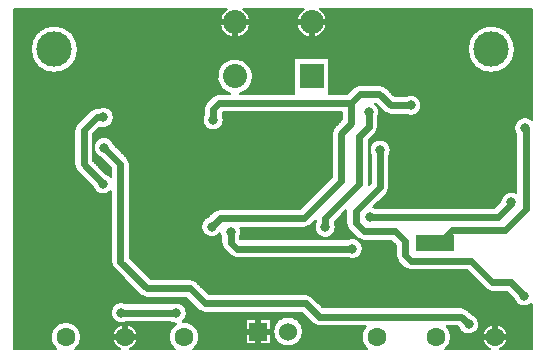
<source format=gbl>
G04 Layer_Physical_Order=2*
G04 Layer_Color=16711680*
%FSLAX24Y24*%
%MOIN*%
G70*
G01*
G75*
%ADD10C,0.0079*%
%ADD20C,0.0236*%
%ADD21C,0.0197*%
%ADD22C,0.1181*%
%ADD23C,0.0630*%
%ADD24R,0.0600X0.0600*%
%ADD25C,0.0600*%
%ADD26C,0.0800*%
%ADD27R,0.0800X0.0800*%
%ADD28C,0.0315*%
%ADD29R,0.1270X0.0522*%
D10*
X39085Y27018D02*
G03*
X38258Y26614I-512J0D01*
G01*
X38888D02*
G03*
X39085Y27018I-315J404D01*
G01*
X40974D02*
G03*
X40384Y26614I-433J0D01*
G01*
X40603Y28140D02*
G03*
X40565Y27510I-180J-305D01*
G01*
X40699Y26614D02*
G03*
X40974Y27018I-157J404D01*
G01*
X41056Y28419D02*
G03*
X41280Y28327I223J222D01*
G01*
X41057Y28419D02*
G03*
X41280Y28327I223J223D01*
G01*
X40069Y29537D02*
G03*
X40161Y29315I315J0D01*
G01*
X40069Y29537D02*
G03*
X40162Y29314I315J0D01*
G01*
X42825Y26614D02*
G03*
X43022Y27018I-315J404D01*
G01*
X42253Y27461D02*
G03*
X42195Y26614I256J-443D01*
G01*
X42074Y27510D02*
G03*
X42253Y27461I180J305D01*
G01*
X43022Y27018D02*
G03*
X42461Y27527I-512J0D01*
G01*
D02*
G03*
X42608Y27815I-207J288D01*
G01*
D02*
G03*
X42112Y28140I-354J0D01*
G01*
X42986Y27917D02*
G03*
X43209Y27825I223J222D01*
G01*
X42986Y27917D02*
G03*
X43209Y27825I223J223D01*
G01*
X42930Y28864D02*
G03*
X42707Y28957I-223J-222D01*
G01*
X42929Y28864D02*
G03*
X42707Y28957I-223J-223D01*
G01*
X43327Y31039D02*
G03*
X43712Y30480I108J-337D01*
G01*
X43750Y30167D02*
G03*
X43842Y29945I315J0D01*
G01*
X43750Y30167D02*
G03*
X43843Y29944I315J0D01*
G01*
X44039Y29748D02*
G03*
X44262Y29656I223J223D01*
G01*
X44039Y29748D02*
G03*
X44262Y29656I223J222D01*
G01*
X43712Y30480D02*
G03*
X43750Y30349I353J31D01*
G01*
X44380D02*
G03*
X44419Y30512I-315J162D01*
G01*
D02*
G03*
X44387Y30659I-354J0D01*
G01*
X38848Y32776D02*
G03*
X38941Y32553I315J0D01*
G01*
X38848Y32776D02*
G03*
X38941Y32552I315J0D01*
G01*
X39476Y32018D02*
G03*
X40069Y31881I337J108D01*
G01*
Y32371D02*
G03*
X39921Y32463I-256J-245D01*
G01*
X40180Y33445D02*
G03*
X39735Y32999I-337J-108D01*
G01*
X40699Y32795D02*
G03*
X40606Y33018I-315J0D01*
G01*
X40699Y32795D02*
G03*
X40607Y33018I-315J0D01*
G01*
X38976Y36614D02*
G03*
X38976Y36614I-787J0D01*
G01*
D02*
G03*
X38976Y36614I-787J0D01*
G01*
X38941Y34130D02*
G03*
X38848Y33907I223J-223D01*
G01*
X38941Y34131D02*
G03*
X38848Y33907I222J-223D01*
G01*
X40177Y34341D02*
G03*
X39661Y34656I-354J0D01*
G01*
X39707Y34006D02*
G03*
X40177Y34341I116J335D01*
G01*
X39596Y34656D02*
G03*
X39373Y34563I0J-315D01*
G01*
X39596Y34656D02*
G03*
X39374Y34563I0J-315D01*
G01*
X43262Y34839D02*
G03*
X43169Y34616I223J-223D01*
G01*
X43262Y34839D02*
G03*
X43169Y34616I222J-223D01*
G01*
Y34414D02*
G03*
X43839Y34252I315J-162D01*
G01*
X43708Y31289D02*
G03*
X43485Y31197I0J-315D01*
G01*
X43708Y31289D02*
G03*
X43485Y31197I0J-315D01*
G01*
X43839Y34252D02*
G03*
X43799Y34414I-354J0D01*
G01*
X43691Y35138D02*
G03*
X43468Y35046I0J-315D01*
G01*
X43691Y35138D02*
G03*
X43468Y35045I0J-315D01*
G01*
X44809Y35709D02*
G03*
X44038Y35138I-597J0D01*
G01*
X43946Y37953D02*
G03*
X44731Y37509I267J-444D01*
G01*
X44387Y35138D02*
G03*
X44809Y35709I-174J571D01*
G01*
X44731Y37509D02*
G03*
X44479Y37953I-518J0D01*
G01*
X46477Y27205D02*
G03*
X46477Y27205I-497J0D01*
G01*
X46788Y28362D02*
G03*
X46565Y28455I-223J-223D01*
G01*
X46788Y28362D02*
G03*
X46565Y28455I-223J-222D01*
G01*
X46785Y27475D02*
G03*
X47008Y27382I223J222D01*
G01*
X46785Y27474D02*
G03*
X47008Y27382I223J223D01*
G01*
X46506Y30659D02*
G03*
X46729Y30752I0J315D01*
G01*
X46506Y30659D02*
G03*
X46729Y30752I0J315D01*
G01*
X46900Y30841D02*
G03*
X47569Y30679I315J-162D01*
G01*
D02*
G03*
X47530Y30841I-354J0D01*
G01*
X47913Y30818D02*
G03*
X48006Y30595I315J0D01*
G01*
X47913Y30818D02*
G03*
X48006Y30595I315J0D01*
G01*
X51220Y26614D02*
G03*
X51417Y27018I-315J404D01*
G01*
X48577Y27382D02*
G03*
X48622Y26614I360J-364D01*
G01*
X51417Y27018D02*
G03*
X51265Y27382I-512J0D01*
G01*
X51661Y27343D02*
G03*
X52352Y27451I337J108D01*
G01*
X51975Y27920D02*
G03*
X51752Y28012I-223J-223D01*
G01*
X51975Y27919D02*
G03*
X51752Y28012I-223J-222D01*
G01*
X53031Y26614D02*
G03*
X53307Y27018I-157J404D01*
G01*
D02*
G03*
X52717Y26614I-433J0D01*
G01*
X52352Y27451D02*
G03*
X52106Y27788I-354J0D01*
G01*
X53511Y28278D02*
G03*
X54094Y28131I337J108D01*
G01*
X47958Y29656D02*
G03*
X48474Y29970I162J315D01*
G01*
D02*
G03*
X47958Y30285I-354J0D01*
G01*
X48282Y30319D02*
G03*
X48505Y30226I223J222D01*
G01*
X48282Y30319D02*
G03*
X48505Y30226I223J223D01*
G01*
X49856Y29335D02*
G03*
X50079Y29242I223J222D01*
G01*
X49856Y29334D02*
G03*
X50079Y29242I223J223D01*
G01*
X49567Y29754D02*
G03*
X49659Y29531I315J0D01*
G01*
X49567Y29754D02*
G03*
X49660Y29531I315J0D01*
G01*
X52562Y28616D02*
G03*
X52785Y28524I223J222D01*
G01*
X52563Y28616D02*
G03*
X52785Y28524I223J223D01*
G01*
X47523Y34022D02*
G03*
X47431Y33799I223J-223D01*
G01*
X47524Y34022D02*
G03*
X47431Y33799I222J-223D01*
G01*
X48669Y32097D02*
G03*
X48671Y32136I-312J39D01*
G01*
X48669Y32097D02*
G03*
X48671Y32136I-312J39D01*
G01*
X48863Y31329D02*
G03*
X48813Y31350I-162J-315D01*
G01*
X49268Y31804D02*
G03*
X49360Y32028I-222J223D01*
G01*
X49268Y31805D02*
G03*
X49360Y32028I-223J223D01*
G01*
X49400Y33258D02*
G03*
X48730Y33096I-354J0D01*
G01*
X49360D02*
G03*
X49400Y33258I-315J162D01*
G01*
X48884Y33793D02*
G03*
X48976Y34016I-223J223D01*
G01*
X48884Y33793D02*
G03*
X48976Y34016I-222J223D01*
G01*
X46496Y37953D02*
G03*
X47281Y37509I267J-444D01*
G01*
D02*
G03*
X47029Y37953I-518J0D01*
G01*
X48976Y34355D02*
G03*
X49016Y34518I-315J162D01*
G01*
D02*
G03*
X48871Y34803I-354J0D01*
G01*
X49177Y34522D02*
G03*
X49400Y34429I223J222D01*
G01*
X49177Y34521D02*
G03*
X49400Y34429I223J223D01*
G01*
X48386Y35433D02*
G03*
X48163Y35341I0J-315D01*
G01*
X48386Y35433D02*
G03*
X48163Y35340I0J-315D01*
G01*
X49248Y35341D02*
G03*
X49026Y35433I-223J-223D01*
G01*
X49249Y35340D02*
G03*
X49026Y35433I-223J-222D01*
G01*
X53583Y31833D02*
G03*
X53074Y31560I-157J-317D01*
G01*
X49907Y34429D02*
G03*
X50423Y34744I162J315D01*
G01*
X54094Y34269D02*
G03*
X53583Y33786I-226J-273D01*
G01*
X50423Y34744D02*
G03*
X49907Y35059I-354J0D01*
G01*
X53543Y36614D02*
G03*
X53543Y36614I-787J0D01*
G01*
D02*
G03*
X53543Y36614I-787J0D01*
G01*
X36850Y26614D02*
X38258D01*
X36850Y26693D02*
X38177D01*
X36850Y26634D02*
X38234D01*
X38209Y26614D02*
Y26658D01*
X38976Y26614D02*
Y26703D01*
X36850Y26752D02*
X38135D01*
X38150Y26614D02*
Y26730D01*
X36850Y26870D02*
X38083D01*
X36850Y26811D02*
X38105D01*
X36850Y26988D02*
X38062D01*
X36850Y26929D02*
X38069D01*
X36850Y27047D02*
X38062D01*
X38090Y26614D02*
Y26847D01*
X36850Y27106D02*
X38069D01*
X36850Y27165D02*
X38083D01*
X38911Y26634D02*
X40341D01*
X38888Y26614D02*
X40384D01*
X39010Y26752D02*
X40199D01*
X38968Y26693D02*
X40255D01*
X39035Y26614D02*
Y26799D01*
X39041Y26811D02*
X40161D01*
X39077Y26929D02*
X40117D01*
X39063Y26870D02*
X40134D01*
X39084Y26988D02*
X40109D01*
X39077Y27106D02*
X40117D01*
X40098Y26614D02*
Y27693D01*
X39084Y27047D02*
X40109D01*
X36850Y27402D02*
X38234D01*
X36850Y27461D02*
X38316D01*
X36850Y27520D02*
X38473D01*
X36850Y27224D02*
X38105D01*
X39063Y27165D02*
X40134D01*
X36850Y27283D02*
X38135D01*
X36850Y27342D02*
X38177D01*
X36850Y27874D02*
X40071D01*
X36850Y27933D02*
X40083D01*
X36850Y27992D02*
X40106D01*
X36850Y28051D02*
X40143D01*
X36850Y27697D02*
X40097D01*
X36850Y27638D02*
X40129D01*
X36850Y27815D02*
X40069D01*
X36850Y27756D02*
X40078D01*
X36850Y27579D02*
X40178D01*
X38673Y27520D02*
X40261D01*
X36850Y28110D02*
X40200D01*
X36850Y28169D02*
X40307D01*
X39041Y27224D02*
X40161D01*
X39010Y27283D02*
X40199D01*
X38968Y27342D02*
X40255D01*
X38911Y27402D02*
X40341D01*
X36850Y28583D02*
X40893D01*
X36850Y28524D02*
X40952D01*
X36850Y28701D02*
X40775D01*
X36850Y28642D02*
X40834D01*
X36850Y28346D02*
X41170D01*
X36850Y28465D02*
X41011D01*
X36850Y28405D02*
X41071D01*
X40276Y26614D02*
Y26676D01*
X40157Y26614D02*
Y26817D01*
X40216Y26614D02*
Y26731D01*
X40866Y26614D02*
Y26731D01*
X40925Y26614D02*
Y26817D01*
X40807Y26614D02*
Y26676D01*
X40157Y27218D02*
Y27600D01*
X40216Y27304D02*
Y27547D01*
X40276Y27360D02*
Y27513D01*
X40984Y26614D02*
Y27510D01*
X40866Y27304D02*
Y27510D01*
X40925Y27218D02*
Y27510D01*
X41634Y26614D02*
Y27510D01*
X41693Y26614D02*
Y27510D01*
X41516Y26614D02*
Y27510D01*
X41575Y26614D02*
Y27510D01*
X41870Y26614D02*
Y27510D01*
X41929Y26614D02*
Y27510D01*
X41752Y26614D02*
Y27510D01*
X41811Y26614D02*
Y27510D01*
X41161Y26614D02*
Y27510D01*
X41220Y26614D02*
Y27510D01*
X41043Y26614D02*
Y27510D01*
X41102Y26614D02*
Y27510D01*
X41398Y26614D02*
Y27510D01*
X41457Y26614D02*
Y27510D01*
X41279Y26614D02*
Y27510D01*
X41339Y26614D02*
Y27510D01*
X40335Y27398D02*
Y27492D01*
X40394Y27425D02*
Y27482D01*
X40453Y27442D02*
Y27482D01*
X40512Y27450D02*
Y27492D01*
X40689Y27425D02*
Y27510D01*
X40748Y27398D02*
Y27510D01*
X40571Y27450D02*
Y27510D01*
X40630Y27442D02*
Y27510D01*
X40748Y28140D02*
Y28728D01*
X40807Y27360D02*
Y27510D01*
Y28140D02*
Y28669D01*
X40866Y28140D02*
Y28610D01*
X41043Y28140D02*
Y28433D01*
X41102Y28140D02*
Y28381D01*
X40925Y28140D02*
Y28551D01*
X40984Y28140D02*
Y28492D01*
X41398Y28140D02*
Y28327D01*
X41457Y28140D02*
Y28327D01*
X41279Y28140D02*
Y28327D01*
X41339Y28140D02*
Y28327D01*
X41811Y28140D02*
Y28327D01*
X41870Y28140D02*
Y28327D01*
X41516Y28140D02*
Y28327D01*
X41575Y28140D02*
Y28327D01*
X41161Y28140D02*
Y28350D01*
X41220Y28140D02*
Y28332D01*
X41752Y28140D02*
Y28327D01*
X41929Y28140D02*
Y28327D01*
X41634Y28140D02*
Y28327D01*
X41693Y28140D02*
Y28327D01*
X37441Y26614D02*
Y36369D01*
X37323Y26614D02*
Y37953D01*
X37382Y26614D02*
Y37953D01*
X37618Y26614D02*
Y36072D01*
X37677Y26614D02*
Y36016D01*
X37500Y26614D02*
Y36233D01*
X37559Y26614D02*
Y36142D01*
X36968Y26614D02*
Y37953D01*
X37027Y26614D02*
Y37953D01*
X36850Y26614D02*
Y37953D01*
X36909Y26614D02*
Y37953D01*
X37205Y26614D02*
Y37953D01*
X37264Y26614D02*
Y37953D01*
X37087Y26614D02*
Y37953D01*
X37146Y26614D02*
Y37953D01*
X38031Y26614D02*
Y35843D01*
X38090Y27189D02*
Y35833D01*
X38150Y27305D02*
Y35828D01*
X36850Y28760D02*
X40716D01*
X38209Y27377D02*
Y35827D01*
X38268Y27429D02*
Y35831D01*
X38327Y27466D02*
Y35839D01*
X38386Y27494D02*
Y35852D01*
X37854Y26614D02*
Y35901D01*
X37913Y26614D02*
Y35877D01*
X37736Y26614D02*
Y35970D01*
X37795Y26614D02*
Y35932D01*
X37972Y26614D02*
Y35857D01*
X38445Y27513D02*
Y35869D01*
X38504Y27525D02*
Y35892D01*
X38563Y27529D02*
Y35921D01*
X36850Y30000D02*
X40069D01*
X36850Y30118D02*
X40069D01*
X36850Y30059D02*
X40069D01*
X36850Y29823D02*
X40069D01*
X36850Y29764D02*
X40069D01*
X36850Y29941D02*
X40069D01*
X36850Y29882D02*
X40069D01*
X36850Y30472D02*
X40069D01*
X36850Y30413D02*
X40069D01*
X36850Y30590D02*
X40069D01*
X36850Y30531D02*
X40069D01*
X36850Y30236D02*
X40069D01*
X36850Y30177D02*
X40069D01*
X36850Y30354D02*
X40069D01*
X36850Y30295D02*
X40069D01*
X36850Y29114D02*
X40362D01*
X36850Y29055D02*
X40421D01*
X36850Y29232D02*
X40244D01*
X36850Y29173D02*
X40303D01*
X36850Y28878D02*
X40598D01*
X36850Y28819D02*
X40657D01*
X36850Y28996D02*
X40480D01*
X36850Y28937D02*
X40539D01*
X36850Y29587D02*
X40069D01*
X36850Y29527D02*
X40069D01*
X36850Y29705D02*
X40069D01*
X36850Y29646D02*
X40069D01*
X36850Y29350D02*
X40130D01*
X36850Y29291D02*
X40185D01*
X36850Y29468D02*
X40077D01*
X36850Y29409D02*
X40096D01*
X39213Y26614D02*
Y32281D01*
X39094Y26614D02*
Y32399D01*
X39153Y26614D02*
Y32340D01*
X39390Y26614D02*
Y32104D01*
X39449Y26614D02*
Y32045D01*
X39272Y26614D02*
Y32222D01*
X39331Y26614D02*
Y32163D01*
X38740Y27501D02*
Y36052D01*
X38799Y27477D02*
Y36116D01*
X38622Y27527D02*
Y35957D01*
X38681Y27518D02*
Y35999D01*
X38976Y27333D02*
Y32517D01*
X39035Y27237D02*
Y32458D01*
X38858Y27443D02*
Y32698D01*
X38917Y27396D02*
Y32579D01*
X39803Y26614D02*
Y31772D01*
X39862Y26614D02*
Y31775D01*
X40098Y27976D02*
Y29404D01*
X40157Y28069D02*
Y29318D01*
X40216Y28122D02*
Y29259D01*
X40630Y28140D02*
Y28846D01*
X40276Y28157D02*
Y29200D01*
X40689Y28140D02*
Y28787D01*
X39626Y26614D02*
Y31825D01*
X39685Y26614D02*
Y31796D01*
X39508Y26614D02*
Y31946D01*
X39567Y26614D02*
Y31871D01*
X39980Y26614D02*
Y31814D01*
X40039Y26614D02*
Y31853D01*
X39744Y26614D02*
Y31778D01*
X39921Y26614D02*
Y31789D01*
X40335Y28178D02*
Y29141D01*
X40162Y29314D02*
X41056Y28419D01*
X40512Y28178D02*
Y28964D01*
X40571Y28157D02*
Y28905D01*
X40394Y28188D02*
Y29082D01*
X40453Y28188D02*
Y29023D01*
X40069Y29537D02*
Y31881D01*
X40807Y29560D02*
Y37953D01*
X40699Y29668D02*
Y32795D01*
X40748Y29619D02*
Y37953D01*
X40984Y29383D02*
Y37953D01*
X41043Y29323D02*
Y37953D01*
X40866Y29501D02*
Y37953D01*
X40925Y29442D02*
Y37953D01*
X41220Y29146D02*
Y37953D01*
X40699Y29668D02*
X41410Y28957D01*
X41102Y29264D02*
Y37953D01*
X41161Y29205D02*
Y37953D01*
X41398Y28969D02*
Y37953D01*
X41457Y28957D02*
Y37953D01*
X41279Y29087D02*
Y37953D01*
X41339Y29028D02*
Y37953D01*
X41634Y28957D02*
Y37953D01*
X41693Y28957D02*
Y37953D01*
X41516Y28957D02*
Y37953D01*
X41575Y28957D02*
Y37953D01*
X41870Y28957D02*
Y37953D01*
X41929Y28957D02*
Y37953D01*
X41752Y28957D02*
Y37953D01*
X41811Y28957D02*
Y37953D01*
X40883Y26752D02*
X42072D01*
X40948Y26870D02*
X42020D01*
X40922Y26811D02*
X42042D01*
X42047Y26614D02*
Y26799D01*
X42106Y26614D02*
Y26703D01*
X40973Y26988D02*
X41999D01*
X40965Y26929D02*
X42006D01*
X40965Y27106D02*
X42006D01*
X40948Y27165D02*
X42020D01*
X40922Y27224D02*
X42042D01*
X40883Y27283D02*
X42072D01*
X41988Y26614D02*
Y27510D01*
X40973Y27047D02*
X41999D01*
X42047Y27237D02*
Y27510D01*
X42106Y27332D02*
Y27493D01*
X40742Y26634D02*
X42171D01*
X40699Y26614D02*
X42195D01*
X40828Y27342D02*
X42114D01*
X40828Y26693D02*
X42114D01*
X42825Y26614D02*
X48622D01*
X42848Y27402D02*
X44562D01*
X42848Y26634D02*
X48599D01*
X40742Y27402D02*
X42171D01*
X38829Y27461D02*
X42253D01*
X42165Y27396D02*
Y27472D01*
X42815Y27429D02*
Y28088D01*
X42766Y27461D02*
X44562D01*
X40565Y27510D02*
X42074D01*
X40603Y28140D02*
X42112D01*
X40540Y28169D02*
X42248D01*
X42579Y27525D02*
Y27673D01*
X42520Y27529D02*
Y27580D01*
X42047Y28140D02*
Y28327D01*
X42106Y28140D02*
Y28327D01*
X41988Y28140D02*
Y28327D01*
X36850Y28287D02*
X42616D01*
X42165Y28158D02*
Y28327D01*
X42579Y27957D02*
Y28324D01*
X42224Y28168D02*
Y28327D01*
X42283Y28168D02*
Y28327D01*
X42518Y27579D02*
X44562D01*
X42561Y27638D02*
X45737D01*
X42588Y27933D02*
X42970D01*
X42588Y27697D02*
X45912D01*
X42610Y27520D02*
X44562D01*
X42603Y27756D02*
X46503D01*
X42603Y27874D02*
X43040D01*
X42608Y27815D02*
X46444D01*
X42450Y28110D02*
X42793D01*
X42518Y28051D02*
X42852D01*
X36850Y28228D02*
X42675D01*
X42260Y28169D02*
X42734D01*
X42697Y27494D02*
Y28206D01*
X42756Y27467D02*
Y28147D01*
X42638Y27513D02*
Y28265D01*
X42561Y27992D02*
X42911D01*
X42992Y26614D02*
Y26846D01*
X42874Y26614D02*
Y26658D01*
X42933Y26614D02*
Y26730D01*
X43346Y26614D02*
Y27825D01*
X43583Y26614D02*
Y27825D01*
X43228Y26614D02*
Y27825D01*
X43287Y26614D02*
Y27825D01*
X43169Y26614D02*
Y27827D01*
X43405Y26614D02*
Y27825D01*
X43051Y26614D02*
Y27867D01*
X43110Y26614D02*
Y27841D01*
X43642Y26614D02*
Y27825D01*
X43701Y26614D02*
Y27825D01*
X43464Y26614D02*
Y27825D01*
X43524Y26614D02*
Y27825D01*
X44587Y26614D02*
Y26787D01*
X44646Y26614D02*
Y26787D01*
X44468Y26614D02*
Y27825D01*
X44527Y26614D02*
Y27825D01*
X44823Y26614D02*
Y26787D01*
X44882Y26614D02*
Y26787D01*
X44705Y26614D02*
Y26787D01*
X44764Y26614D02*
Y26787D01*
X43878Y26614D02*
Y27825D01*
X43937Y26614D02*
Y27825D01*
X43760Y26614D02*
Y27825D01*
X43819Y26614D02*
Y27825D01*
X44114Y26614D02*
Y27825D01*
X44173Y26614D02*
Y27825D01*
X43996Y26614D02*
Y27825D01*
X44055Y26614D02*
Y27825D01*
X43000Y26870D02*
X44562D01*
X42978Y26811D02*
X44562D01*
X43014Y27106D02*
X44562D01*
X43014Y26929D02*
X44562D01*
X44291Y26614D02*
Y27825D01*
X44562Y26787D02*
Y27623D01*
X43021Y27047D02*
X44562D01*
X43021Y26988D02*
X44562D01*
X42874Y27377D02*
Y28029D01*
X42933Y27306D02*
Y27970D01*
X44350Y26614D02*
Y27825D01*
X44409Y26614D02*
Y27825D01*
X42992Y27189D02*
Y27911D01*
X44232Y26614D02*
Y27825D01*
X42947Y26752D02*
X45776D01*
X42905Y26693D02*
X48542D01*
X42905Y27342D02*
X44562D01*
X42947Y27283D02*
X44562D01*
Y26787D02*
X45398D01*
X42978Y27224D02*
X44562D01*
X43000Y27165D02*
X44562D01*
X44587Y27623D02*
Y27825D01*
X44646Y27623D02*
Y27825D01*
X44562Y27623D02*
X45398D01*
X43209Y27825D02*
X46434D01*
X44823Y27623D02*
Y27825D01*
X44882Y27623D02*
Y27825D01*
X44705Y27623D02*
Y27825D01*
X44764Y27623D02*
Y27825D01*
X41280Y28327D02*
X42576D01*
X42165Y28957D02*
Y37953D01*
X41410Y28957D02*
X42707D01*
X42461Y28103D02*
Y28327D01*
X42520Y28049D02*
Y28327D01*
X42342Y28158D02*
Y28327D01*
X42401Y28137D02*
Y28327D01*
X42106Y28957D02*
Y37953D01*
X42224Y28957D02*
Y37953D01*
X41988Y28957D02*
Y37953D01*
X42047Y28957D02*
Y37953D01*
X42638Y28957D02*
Y37953D01*
X42697Y28957D02*
Y37953D01*
X42283Y28957D02*
Y37953D01*
X42579Y28957D02*
Y37953D01*
X42576Y28327D02*
X42986Y27917D01*
X42816Y28937D02*
X52242D01*
X42915Y28878D02*
X52301D01*
X42930Y28864D02*
X43339Y28455D01*
X43093Y28701D02*
X52478D01*
X42975Y28819D02*
X52360D01*
X43034Y28760D02*
X52419D01*
X42874Y28909D02*
Y37953D01*
X42756Y28953D02*
Y37953D01*
X42815Y28938D02*
Y37953D01*
X43051Y28743D02*
Y37953D01*
X43110Y28684D02*
Y30560D01*
X42933Y28861D02*
Y37953D01*
X42992Y28802D02*
Y37953D01*
X40699Y30236D02*
X43750D01*
X40699Y30177D02*
X43750D01*
X40699Y30354D02*
X43364D01*
X40699Y30295D02*
X43750D01*
X40699Y30000D02*
X43798D01*
X40699Y29941D02*
X43846D01*
X40699Y30118D02*
X43754D01*
X40699Y30059D02*
X43769D01*
X42342Y28957D02*
Y37953D01*
X40699Y30413D02*
X43229D01*
X40699Y30531D02*
X43124D01*
X40699Y30472D02*
X43165D01*
X42401Y28957D02*
Y37953D01*
X42461Y28957D02*
Y37953D01*
X42520Y28957D02*
Y37953D01*
X41075Y29291D02*
X49910D01*
X41134Y29232D02*
X51946D01*
X40957Y29409D02*
X49781D01*
X41016Y29350D02*
X49840D01*
X41312Y29055D02*
X52124D01*
X41371Y28996D02*
X52183D01*
X41194Y29173D02*
X52005D01*
X41253Y29114D02*
X52064D01*
X40699Y29764D02*
X44023D01*
X40699Y29705D02*
X44093D01*
X40699Y29882D02*
X43905D01*
X40699Y29823D02*
X43964D01*
X40839Y29527D02*
X49663D01*
X40898Y29468D02*
X49722D01*
X40721Y29646D02*
X47979D01*
X40780Y29587D02*
X49615D01*
X43819Y28455D02*
Y29971D01*
X43464Y28455D02*
Y30348D01*
X43760Y28455D02*
Y30090D01*
X43996Y28455D02*
Y29791D01*
X44055Y28455D02*
Y29733D01*
X43878Y28455D02*
Y29909D01*
X43937Y28455D02*
Y29850D01*
X43346Y28455D02*
Y30358D01*
X43405Y28455D02*
Y30348D01*
X43228Y28566D02*
Y30414D01*
X43287Y28507D02*
Y30379D01*
X43642Y28455D02*
Y30413D01*
X43701Y28455D02*
Y30467D01*
X43524Y28455D02*
Y30358D01*
X43583Y28455D02*
Y30379D01*
X44291Y28455D02*
Y29656D01*
X43339Y28455D02*
X46565D01*
X43270Y28524D02*
X53265D01*
X43329Y28465D02*
X53324D01*
X44468Y28455D02*
Y29656D01*
X44527Y28455D02*
Y29656D01*
X44350Y28455D02*
Y29656D01*
X44409Y28455D02*
Y29656D01*
X44232Y28455D02*
Y29657D01*
X44587Y28455D02*
Y29656D01*
X44114Y28455D02*
Y29692D01*
X44173Y28455D02*
Y29668D01*
X44764Y28455D02*
Y29656D01*
X44823Y28455D02*
Y29656D01*
X44646Y28455D02*
Y29656D01*
X44705Y28455D02*
Y29656D01*
X43506Y30354D02*
X43748D01*
X43750Y30167D02*
Y30349D01*
X43843Y29944D02*
X44039Y29748D01*
X44380Y30298D02*
Y30349D01*
X43169Y28625D02*
Y30467D01*
X43641Y30413D02*
X43725D01*
X44468Y30285D02*
Y30659D01*
X44527Y30285D02*
Y30659D01*
X44409Y30285D02*
Y30429D01*
X43152Y28642D02*
X52537D01*
X43211Y28583D02*
X52602D01*
X44382Y30354D02*
X47073D01*
X44262Y29656D02*
X47958D01*
X44392Y30285D02*
X47958D01*
X44382Y30295D02*
X47978D01*
X44417Y30472D02*
X46927D01*
X44405Y30413D02*
X46980D01*
X44587Y30285D02*
Y30659D01*
X44646Y30285D02*
Y30659D01*
X44410Y30590D02*
X46872D01*
X44419Y30531D02*
X46892D01*
X44823Y30285D02*
Y30659D01*
X44882Y30285D02*
Y30659D01*
X44705Y30285D02*
Y30659D01*
X44764Y30285D02*
Y30659D01*
X36850Y31831D02*
X39617D01*
X36850Y31949D02*
X39506D01*
X36850Y31890D02*
X39549D01*
X36850Y31653D02*
X40069D01*
X36850Y31594D02*
X40069D01*
X36850Y31772D02*
X40069D01*
X36850Y31713D02*
X40069D01*
X36850Y32303D02*
X39190D01*
X36850Y32244D02*
X39250D01*
X36850Y32421D02*
X39072D01*
X36850Y32362D02*
X39131D01*
X36850Y32067D02*
X39427D01*
X36850Y32008D02*
X39479D01*
X36850Y32185D02*
X39309D01*
X36850Y32126D02*
X39368D01*
X36850Y30945D02*
X40069D01*
X36850Y30886D02*
X40069D01*
X36850Y31063D02*
X40069D01*
X36850Y31004D02*
X40069D01*
X36850Y30709D02*
X40069D01*
X36850Y30650D02*
X40069D01*
X36850Y30827D02*
X40069D01*
X36850Y30768D02*
X40069D01*
X36850Y31417D02*
X40069D01*
X36850Y31358D02*
X40069D01*
X36850Y31535D02*
X40069D01*
X36850Y31476D02*
X40069D01*
X36850Y31181D02*
X40069D01*
X36850Y31122D02*
X40069D01*
X36850Y31299D02*
X40069D01*
X36850Y31240D02*
X40069D01*
X36850Y33012D02*
X38848D01*
X36850Y33130D02*
X38848D01*
X36850Y33071D02*
X38848D01*
X36850Y32835D02*
X38848D01*
X36850Y32776D02*
X38848D01*
X36850Y32953D02*
X38848D01*
X36850Y32894D02*
X38848D01*
X36850Y33248D02*
X38848D01*
X36850Y33189D02*
X38848D01*
X36850Y33366D02*
X38848D01*
X36850Y33307D02*
X38848D01*
X36850Y33720D02*
X38848D01*
Y32776D02*
Y33907D01*
X36850Y33898D02*
X38848D01*
X36850Y33779D02*
X38848D01*
X36850Y32539D02*
X38954D01*
X36850Y32480D02*
X39013D01*
X36850Y32657D02*
X38871D01*
X36850Y32598D02*
X38903D01*
X36850Y33425D02*
X38848D01*
X36850Y32716D02*
X38854D01*
X36850Y33839D02*
X38848D01*
X36850Y33957D02*
X38852D01*
X36850Y34016D02*
X38868D01*
X36850Y34075D02*
X38897D01*
X36850Y33543D02*
X38848D01*
X36850Y33484D02*
X38848D01*
X36850Y33661D02*
X38848D01*
X36850Y33602D02*
X38848D01*
X38941Y32552D02*
X39476Y32018D01*
X39668Y32716D02*
X40017D01*
X40069Y32371D02*
Y32665D01*
X39980Y32438D02*
Y32753D01*
X40039Y32399D02*
Y32694D01*
X39478Y32906D02*
X39921Y32463D01*
X39735Y32999D02*
X40069Y32665D01*
X39626Y32758D02*
Y33056D01*
X39685Y32699D02*
Y33019D01*
X39862Y32522D02*
Y32872D01*
X39921Y32463D02*
Y32813D01*
X39744Y32640D02*
Y32990D01*
X39803Y32581D02*
Y32931D01*
X40699Y30827D02*
X43104D01*
X40699Y30886D02*
X43133D01*
X40699Y30945D02*
X43178D01*
X40699Y31004D02*
X43251D01*
X40699Y30650D02*
X43085D01*
X40699Y30590D02*
X43098D01*
X40699Y30709D02*
X43081D01*
X40699Y30768D02*
X43087D01*
X39845Y32539D02*
X40069D01*
X39904Y32480D02*
X40069D01*
X39727Y32657D02*
X40069D01*
X39786Y32598D02*
X40069D01*
X43169Y30936D02*
Y34090D01*
X43228Y30989D02*
Y34007D01*
X40009Y32421D02*
X40069D01*
X40009Y31831D02*
X40069D01*
X39478Y33071D02*
X39608D01*
X39478Y33012D02*
X39701D01*
X39478Y33189D02*
X39520D01*
X39478Y33130D02*
X39555D01*
X39508Y32877D02*
Y33220D01*
X39567Y32818D02*
Y33114D01*
X39478Y33484D02*
X39520D01*
X39478Y33543D02*
X39555D01*
X39478Y32906D02*
Y33777D01*
Y33602D02*
X39608D01*
X39478Y33661D02*
X39701D01*
X39478Y33777D02*
X39707Y34006D01*
X39508Y33453D02*
Y33806D01*
X39567Y33559D02*
Y33866D01*
X39626Y33617D02*
Y33925D01*
X39685Y33654D02*
Y33984D01*
X39491Y32894D02*
X39840D01*
X39550Y32835D02*
X39899D01*
X39478Y32953D02*
X39781D01*
X39609Y32776D02*
X39958D01*
X40180Y33445D02*
X40606Y33018D01*
X39744Y33677D02*
Y33995D01*
X39921Y33682D02*
Y34000D01*
X39803Y33689D02*
Y33987D01*
X39862Y33690D02*
Y33988D01*
X39980Y33663D02*
Y34023D01*
X40039Y33631D02*
Y34060D01*
X40057Y34075D02*
X43177D01*
X39964Y34016D02*
X43220D01*
X36850Y36201D02*
X37519D01*
X36850Y36319D02*
X37459D01*
X36850Y36260D02*
X37486D01*
X36850Y36024D02*
X37668D01*
X36850Y35965D02*
X37744D01*
X36850Y36142D02*
X37559D01*
X36850Y36083D02*
X37608D01*
X36850Y36614D02*
X37402D01*
X36850Y36673D02*
X37404D01*
X36850Y36732D02*
X37410D01*
X36850Y36791D02*
X37422D01*
X36850Y36437D02*
X37422D01*
X36850Y36378D02*
X37438D01*
X36850Y36555D02*
X37404D01*
X36850Y36496D02*
X37411D01*
X36850Y34370D02*
X39181D01*
X36850Y34429D02*
X39240D01*
X36850Y34488D02*
X39299D01*
X36850Y34547D02*
X39358D01*
X36850Y34134D02*
X38944D01*
X36850Y34193D02*
X39003D01*
X36850Y34252D02*
X39062D01*
X36850Y34311D02*
X39121D01*
X36850Y34606D02*
X39427D01*
X36850Y34665D02*
X39681D01*
X36850Y34724D02*
X43188D01*
X36850Y34783D02*
X43217D01*
X36850Y35905D02*
X37846D01*
X36850Y35846D02*
X38014D01*
X36850Y37087D02*
X37559D01*
X36850Y37146D02*
X37608D01*
X36850Y37205D02*
X37668D01*
X36850Y37264D02*
X37744D01*
X36850Y36850D02*
X37438D01*
X36850Y36909D02*
X37459D01*
X36850Y36968D02*
X37486D01*
X36850Y37027D02*
X37519D01*
X37441Y36860D02*
Y37953D01*
X37500Y36995D02*
Y37953D01*
X37559Y37087D02*
Y37953D01*
X36850Y37323D02*
X37846D01*
X37618Y37156D02*
Y37953D01*
X37677Y37212D02*
Y37953D01*
X37736Y37258D02*
Y37953D01*
X37795Y37296D02*
Y37953D01*
X37854Y37327D02*
Y37953D01*
X37913Y37352D02*
Y37953D01*
X37972Y37371D02*
Y37953D01*
X36850Y37382D02*
X38014D01*
X38031Y37386D02*
Y37953D01*
X38090Y37395D02*
Y37953D01*
X38150Y37401D02*
Y37953D01*
X38209Y37401D02*
Y37953D01*
X38386Y37377D02*
Y37953D01*
X38445Y37359D02*
Y37953D01*
X38268Y37398D02*
Y37953D01*
X38327Y37389D02*
Y37953D01*
X38622Y37272D02*
Y37953D01*
X38681Y37229D02*
Y37953D01*
X38504Y37336D02*
Y37953D01*
X38563Y37307D02*
Y37953D01*
X38941Y34131D02*
X39373Y34563D01*
X40098Y33582D02*
Y34118D01*
X40157Y33499D02*
Y34224D01*
X38858Y33985D02*
Y36199D01*
X38917Y34104D02*
Y36315D01*
X38976Y34166D02*
Y36603D01*
X39035Y34225D02*
Y37953D01*
X39094Y34284D02*
Y37953D01*
X40216Y33408D02*
Y37953D01*
X39153Y34343D02*
Y37953D01*
X39213Y34402D02*
Y37953D01*
X40145Y34193D02*
X43135D01*
X40111Y34134D02*
X43150D01*
X40166Y34252D02*
X43130D01*
X40176Y34311D02*
X43135D01*
X40453Y33172D02*
Y37953D01*
X40512Y33113D02*
Y37953D01*
X40176Y34370D02*
X43150D01*
X43169Y34414D02*
Y34616D01*
X40394Y33231D02*
Y37953D01*
X40571Y33054D02*
Y37953D01*
X40276Y33349D02*
Y37953D01*
X40335Y33290D02*
Y37953D01*
X40689Y32874D02*
Y37953D01*
X43110Y30843D02*
Y37953D01*
X40630Y32992D02*
Y37953D01*
X43169Y34414D02*
Y37953D01*
X38917Y36914D02*
Y37953D01*
X38976Y36625D02*
Y37953D01*
X38740Y37177D02*
Y37953D01*
X38799Y37112D02*
Y37953D01*
X39272Y34461D02*
Y37953D01*
X39596Y34656D02*
X39661D01*
X39331Y34520D02*
Y37953D01*
X39390Y34578D02*
Y37953D01*
X38858Y37029D02*
Y37953D01*
X39449Y34619D02*
Y37953D01*
X39508Y34643D02*
Y37953D01*
X39567Y34654D02*
Y37953D01*
X39626Y34656D02*
Y37953D01*
X39685Y34667D02*
Y37953D01*
X40057Y34606D02*
X43169D01*
X40111Y34547D02*
X43169D01*
X39862Y34693D02*
Y37953D01*
X39965Y34665D02*
X43173D01*
X40145Y34488D02*
X43169D01*
X40166Y34429D02*
X43169D01*
X39921Y34681D02*
Y37953D01*
X39980Y34658D02*
Y37953D01*
X39744Y34686D02*
Y37953D01*
X39803Y34694D02*
Y37953D01*
X40098Y34563D02*
Y37953D01*
X40157Y34457D02*
Y37953D01*
X40039Y34621D02*
Y37953D01*
X43228Y34800D02*
Y37953D01*
X40699Y31299D02*
X46385D01*
X40699Y31358D02*
X46444D01*
X40699Y31417D02*
X46503D01*
X40699Y31063D02*
X43351D01*
X40699Y31122D02*
X43410D01*
X40699Y31181D02*
X43469D01*
X40699Y31240D02*
X43539D01*
X40699Y31476D02*
X46562D01*
X40699Y31535D02*
X46621D01*
X40699Y31594D02*
X46680D01*
X40699Y31653D02*
X46740D01*
X43287Y31023D02*
Y33957D01*
X40699Y31713D02*
X46799D01*
X40699Y31772D02*
X46858D01*
X40699Y31831D02*
X46917D01*
X40699Y32126D02*
X47212D01*
X40699Y32185D02*
X47271D01*
X40699Y32244D02*
X47330D01*
X40699Y32303D02*
X47389D01*
X40699Y31890D02*
X46976D01*
X40699Y31949D02*
X47035D01*
X40699Y32008D02*
X47094D01*
X40699Y32067D02*
X47153D01*
X40699Y32657D02*
X47431D01*
X40699Y32598D02*
X47431D01*
X40699Y32776D02*
X47431D01*
X40699Y32716D02*
X47431D01*
X40699Y32421D02*
X47431D01*
X40699Y32362D02*
X47431D01*
X40699Y32539D02*
X47431D01*
X40699Y32480D02*
X47431D01*
X39658Y33957D02*
X43288D01*
X36850Y34842D02*
X43265D01*
X36850Y34902D02*
X43324D01*
X40436Y33189D02*
X47431D01*
X40495Y33130D02*
X47431D01*
X40318Y33307D02*
X47431D01*
X36850Y34961D02*
X43383D01*
X36850Y35020D02*
X43442D01*
X36850Y35079D02*
X43507D01*
X36850Y35138D02*
X43684D01*
X43262Y34839D02*
X43468Y35045D01*
X36850Y35197D02*
X43906D01*
X36850Y35315D02*
X43764D01*
X36850Y35256D02*
X43824D01*
X40377Y33248D02*
X47431D01*
X40554Y33071D02*
X47431D01*
X40199Y33425D02*
X47431D01*
X40258Y33366D02*
X47431D01*
X40683Y32894D02*
X47431D01*
X40696Y32835D02*
X47431D01*
X40613Y33012D02*
X47431D01*
X40657Y32953D02*
X47431D01*
X39481Y33779D02*
X47431D01*
X39478Y33720D02*
X47431D01*
X39540Y33839D02*
X47434D01*
X39599Y33898D02*
X47447D01*
X40130Y33543D02*
X47431D01*
X40165Y33484D02*
X47431D01*
X39984Y33661D02*
X47431D01*
X40077Y33602D02*
X47431D01*
X43327Y31039D02*
X43485Y31197D01*
X43405Y31117D02*
Y33907D01*
X43464Y31176D02*
Y33898D01*
X43524Y31230D02*
Y33900D01*
X43583Y31263D02*
Y33912D01*
X43346Y31058D02*
Y33926D01*
X43642Y31282D02*
Y33935D01*
X43701Y31289D02*
Y33971D01*
X43760Y31289D02*
Y34029D01*
X43937Y31289D02*
Y34508D01*
X43996Y31289D02*
Y34508D01*
X43819Y31289D02*
Y34135D01*
X43878Y31289D02*
Y34508D01*
X44232Y31289D02*
Y34508D01*
X44350Y31289D02*
Y34508D01*
X44055Y31289D02*
Y34508D01*
X43708Y31289D02*
X46375D01*
X44409Y30595D02*
Y30659D01*
X44391Y30650D02*
X46861D01*
X44409Y31289D02*
Y34508D01*
X44387Y30659D02*
X46506D01*
X44468Y31289D02*
Y34508D01*
X44527Y31289D02*
Y34508D01*
X44114Y31289D02*
Y34508D01*
X44173Y31289D02*
Y34508D01*
X44705Y31289D02*
Y34508D01*
X44882Y31289D02*
Y34508D01*
X44587Y31289D02*
Y34508D01*
X44646Y31289D02*
Y34508D01*
X43799Y34414D02*
Y34486D01*
X44291Y31289D02*
Y34508D01*
X44764Y31289D02*
Y34508D01*
X43819Y34369D02*
Y34505D01*
X43799Y34486D02*
X43821Y34508D01*
X43878Y35138D02*
Y35215D01*
X43937Y35138D02*
Y35179D01*
X43819Y35138D02*
Y35260D01*
X43691Y35138D02*
X44038D01*
X44587D02*
Y35243D01*
X44646Y35138D02*
Y35298D01*
X44468Y35138D02*
Y35169D01*
X44527Y35138D02*
Y35202D01*
X43680Y33957D02*
X47473D01*
X43748Y34016D02*
X47517D01*
X43791Y34075D02*
X47576D01*
X43818Y34134D02*
X47635D01*
X43834Y34193D02*
X47694D01*
X43839Y34252D02*
X47753D01*
X43818Y34370D02*
X47776D01*
X43834Y34311D02*
X47776D01*
X43802Y34488D02*
X47776D01*
X43799Y34429D02*
X47776D01*
X44387Y35138D02*
X46166D01*
X43821Y34508D02*
X47776D01*
X44823Y31289D02*
Y34508D01*
X44520Y35197D02*
X46166D01*
X44661Y35315D02*
X46166D01*
X44601Y35256D02*
X46166D01*
X36850Y35551D02*
X43637D01*
X36850Y35669D02*
X43617D01*
X36850Y35610D02*
X43624D01*
X36850Y35728D02*
X43616D01*
X43642Y35134D02*
Y35535D01*
X36850Y35787D02*
X43621D01*
X38364Y35846D02*
X43632D01*
X43287Y34865D02*
Y37953D01*
X43346Y34924D02*
Y37953D01*
X43405Y34983D02*
Y37953D01*
X38532Y35905D02*
X43649D01*
X43464Y35042D02*
Y37953D01*
X43524Y35090D02*
Y37953D01*
X43583Y35119D02*
Y37953D01*
X43642Y35883D02*
Y37953D01*
X36850Y35433D02*
X43683D01*
X36850Y35374D02*
X43718D01*
X36850Y35492D02*
X43656D01*
X38634Y35965D02*
X43673D01*
X43701Y35138D02*
Y35402D01*
X43760Y35138D02*
Y35320D01*
X38710Y36024D02*
X43706D01*
X38770Y36083D02*
X43747D01*
X38819Y36142D02*
X43802D01*
X38859Y36201D02*
X43875D01*
X38892Y36260D02*
X43983D01*
X38919Y36319D02*
X52026D01*
X43701Y36016D02*
Y37429D01*
X43760Y36097D02*
Y37257D01*
X38940Y36378D02*
X52005D01*
X36850Y37441D02*
X43699D01*
X38364Y37382D02*
X43710D01*
X36850Y37500D02*
X43695D01*
X36850Y37559D02*
X43697D01*
X38710Y37205D02*
X43793D01*
X38770Y37146D02*
X43843D01*
X38532Y37323D02*
X43729D01*
X38634Y37264D02*
X43756D01*
X36850Y37618D02*
X43706D01*
X36850Y37677D02*
X43723D01*
X36850Y37736D02*
X43747D01*
X36850Y37795D02*
X43781D01*
X43701Y37589D02*
Y37953D01*
X43760Y37760D02*
Y37953D01*
X43819Y37845D02*
Y37953D01*
X36850Y37854D02*
X43827D01*
X38967Y36496D02*
X51977D01*
X38956Y36437D02*
X51989D01*
X38956Y36791D02*
X51989D01*
X38940Y36850D02*
X52005D01*
X38976Y36614D02*
X51968D01*
X38974Y36555D02*
X51971D01*
X38974Y36673D02*
X51971D01*
X38967Y36732D02*
X51977D01*
X38819Y37087D02*
X43912D01*
X38859Y37027D02*
X44020D01*
X36850Y37913D02*
X43889D01*
X36850Y37953D02*
X43946D01*
X38919Y36909D02*
X52026D01*
X38892Y36968D02*
X52053D01*
X43937Y36238D02*
Y37070D01*
X43996Y36265D02*
Y37038D01*
X44705Y35138D02*
Y35371D01*
X44764Y35138D02*
Y35479D01*
X44468Y36248D02*
Y37058D01*
X44527Y36216D02*
Y37097D01*
X43819Y36157D02*
Y37172D01*
X44646Y36119D02*
Y37224D01*
X43878Y36203D02*
Y37113D01*
X44587Y36174D02*
Y37150D01*
X44823Y35138D02*
Y37953D01*
X44882Y35138D02*
Y37953D01*
X44705Y36046D02*
Y37346D01*
X44764Y35938D02*
Y37953D01*
X44742Y35433D02*
X46166D01*
X44707Y35374D02*
X46166D01*
X44788Y35551D02*
X46166D01*
X44769Y35492D02*
X46166D01*
X44808Y35669D02*
X46166D01*
X44801Y35610D02*
X46166D01*
X44804Y35787D02*
X46166D01*
X44809Y35728D02*
X46166D01*
X44623Y36142D02*
X46166D01*
X44678Y36083D02*
X46166D01*
X44442Y36260D02*
X46166D01*
X44550Y36201D02*
X46166D01*
X44776Y35905D02*
X46166D01*
X44793Y35846D02*
X46166D01*
X44720Y36024D02*
X46166D01*
X44752Y35965D02*
X46166D01*
X44055Y36284D02*
Y37015D01*
X44114Y36297D02*
Y37000D01*
X44173Y36304D02*
Y36992D01*
X44232Y36305D02*
Y36991D01*
X44350Y36289D02*
Y37009D01*
X44409Y36272D02*
Y37029D01*
X44291Y36300D02*
Y36997D01*
X44731Y37500D02*
X46245D01*
X43878Y37904D02*
Y37953D01*
X44646Y37793D02*
Y37953D01*
X44705Y37671D02*
Y37953D01*
X44527Y37920D02*
Y37953D01*
X44587Y37867D02*
Y37953D01*
X44513Y37087D02*
X46462D01*
X44405Y37027D02*
X46570D01*
X44632Y37205D02*
X46343D01*
X44582Y37146D02*
X46393D01*
X44696Y37323D02*
X46279D01*
X44669Y37264D02*
X46306D01*
X44726Y37441D02*
X46249D01*
X44715Y37382D02*
X46260D01*
X44644Y37795D02*
X46331D01*
X44599Y37854D02*
X46377D01*
X44536Y37913D02*
X46439D01*
X44479Y37953D02*
X46496D01*
X44728Y37559D02*
X46247D01*
X44719Y37618D02*
X46256D01*
X44703Y37677D02*
X46273D01*
X44678Y37736D02*
X46297D01*
X45059Y26614D02*
Y26787D01*
X44941Y26614D02*
Y26787D01*
X45000Y26614D02*
Y26787D01*
X45236Y26614D02*
Y26787D01*
X45295Y26614D02*
Y26787D01*
X45118Y26614D02*
Y26787D01*
X45177Y26614D02*
Y26787D01*
X45354Y26614D02*
Y26787D01*
X45413Y26614D02*
Y27825D01*
X45472Y26614D02*
Y27825D01*
X45398Y26787D02*
Y27623D01*
Y27106D02*
X45493D01*
X45768Y26614D02*
Y26756D01*
X45827Y26614D02*
Y26732D01*
X45398Y26811D02*
X45677D01*
X45709Y26614D02*
Y26789D01*
X46004Y26614D02*
Y26708D01*
X46063Y26614D02*
Y26715D01*
X45886Y26614D02*
Y26717D01*
X45945Y26614D02*
Y26709D01*
X45398Y26929D02*
X45567D01*
X45398Y26870D02*
X45613D01*
X45398Y27047D02*
X45509D01*
X45398Y26988D02*
X45533D01*
X45590Y26614D02*
Y26897D01*
X45650Y26614D02*
Y26834D01*
X45531Y26614D02*
Y26992D01*
X45398Y27402D02*
X45524D01*
X45059Y27623D02*
Y27825D01*
X45398Y27461D02*
X45554D01*
X45398Y27224D02*
X45484D01*
X45398Y27165D02*
X45485D01*
X45398Y27283D02*
X45490D01*
X45398Y27342D02*
X45503D01*
X45118Y27623D02*
Y27825D01*
X45177Y27623D02*
Y27825D01*
X44941Y27623D02*
Y27825D01*
X45000Y27623D02*
Y27825D01*
X45354Y27623D02*
Y27825D01*
X45531Y27418D02*
Y27825D01*
X45236Y27623D02*
Y27825D01*
X45295Y27623D02*
Y27825D01*
X45590Y27513D02*
Y27825D01*
X45398Y27520D02*
X45596D01*
X45650Y27575D02*
Y27825D01*
X45398Y27579D02*
X45653D01*
X45709Y27621D02*
Y27825D01*
X45768Y27654D02*
Y27825D01*
X45827Y27677D02*
Y27825D01*
X46049Y27697D02*
X46563D01*
X45768Y28455D02*
Y29656D01*
X45827Y28455D02*
Y29656D01*
X45650Y28455D02*
Y29656D01*
X45709Y28455D02*
Y29656D01*
X45886Y27692D02*
Y27825D01*
X45945Y27700D02*
Y27825D01*
Y28455D02*
Y29656D01*
X46004Y27701D02*
Y27825D01*
X46240Y26614D02*
Y26781D01*
X46122Y26614D02*
Y26728D01*
X46181Y26614D02*
Y26750D01*
X46417Y26614D02*
Y26968D01*
X46476Y26614D02*
Y27175D01*
X46299Y26614D02*
Y26824D01*
X46358Y26614D02*
Y26882D01*
X46653Y26614D02*
Y27606D01*
X46713Y26614D02*
Y27547D01*
X46535Y26614D02*
Y27724D01*
X46594Y26614D02*
Y27665D01*
X46890Y26614D02*
Y27405D01*
X46949Y26614D02*
Y27387D01*
X46772Y26614D02*
Y27488D01*
X46831Y26614D02*
Y27437D01*
X47894Y26614D02*
Y27382D01*
X47953Y26614D02*
Y27382D01*
X47776Y26614D02*
Y27382D01*
X47835Y26614D02*
Y27382D01*
X48130Y26614D02*
Y27382D01*
X48189Y26614D02*
Y27382D01*
X48012Y26614D02*
Y27382D01*
X48071Y26614D02*
Y27382D01*
X47126Y26614D02*
Y27382D01*
X47185Y26614D02*
Y27382D01*
X47008Y26614D02*
Y27382D01*
X47067Y26614D02*
Y27382D01*
X47362Y26614D02*
Y27382D01*
X47539Y26614D02*
Y27382D01*
X47244Y26614D02*
Y27382D01*
X47303Y26614D02*
Y27382D01*
X46299Y27586D02*
Y27825D01*
X46307Y27579D02*
X46681D01*
X46240Y27628D02*
Y27825D01*
X46224Y27638D02*
X46622D01*
X46476Y27234D02*
Y27783D01*
X46437Y27402D02*
X46898D01*
X46365Y27520D02*
X46740D01*
X46406Y27461D02*
X46800D01*
X46181Y27659D02*
Y27825D01*
X46358Y27527D02*
Y27825D01*
X46063Y27695D02*
Y27825D01*
X46122Y27681D02*
Y27825D01*
X46417Y27441D02*
Y27825D01*
X46434D02*
X46785Y27475D01*
X47421Y26614D02*
Y27382D01*
X47480Y26614D02*
Y27382D01*
X47716Y26614D02*
Y27382D01*
X48248Y26614D02*
Y27382D01*
X47598Y26614D02*
Y27382D01*
X47657Y26614D02*
Y27382D01*
X47835Y28012D02*
Y29656D01*
X47894Y28012D02*
Y29656D01*
X46788Y28362D02*
X47138Y28012D01*
X47776D02*
Y29656D01*
X48130Y28012D02*
Y29616D01*
X48189Y28012D02*
Y29623D01*
X48012Y28012D02*
Y29633D01*
X48071Y28012D02*
Y29620D01*
X45059Y28455D02*
Y29656D01*
X44941Y28455D02*
Y29656D01*
X45000Y28455D02*
Y29656D01*
X45236Y28455D02*
Y29656D01*
X45295Y28455D02*
Y29656D01*
X45118Y28455D02*
Y29656D01*
X45177Y28455D02*
Y29656D01*
X44882Y28455D02*
Y29656D01*
X45354Y28455D02*
Y29656D01*
X45000Y30285D02*
Y30659D01*
X45236Y30285D02*
Y30659D01*
X45413Y28455D02*
Y29656D01*
X45472Y28455D02*
Y29656D01*
Y30285D02*
Y30659D01*
X45531Y30285D02*
Y30659D01*
X46417Y28455D02*
Y29656D01*
X46476Y28455D02*
Y29656D01*
X46299Y28455D02*
Y29656D01*
X46358Y28455D02*
Y29656D01*
X46653Y28442D02*
Y29656D01*
X46713Y28418D02*
Y29656D01*
X46535Y28455D02*
Y29656D01*
X46594Y28453D02*
Y29656D01*
X45886Y28455D02*
Y29656D01*
X46004Y28455D02*
Y29656D01*
X45531Y28455D02*
Y29656D01*
X45590Y28455D02*
Y29656D01*
X46181Y28455D02*
Y29656D01*
X46240Y28455D02*
Y29656D01*
X46063Y28455D02*
Y29656D01*
X46122Y28455D02*
Y29656D01*
X45768Y30285D02*
Y30659D01*
X45827Y30285D02*
Y30659D01*
X45650Y30285D02*
Y30659D01*
X45709Y30285D02*
Y30659D01*
X46004Y30285D02*
Y30659D01*
X46063Y30285D02*
Y30659D01*
X45886Y30285D02*
Y30659D01*
X45945Y30285D02*
Y30659D01*
X45118Y30285D02*
Y30659D01*
X45177Y30285D02*
Y30659D01*
X44941Y30285D02*
Y30659D01*
X45059Y30285D02*
Y30659D01*
X45413Y30285D02*
Y30659D01*
X45590Y30285D02*
Y30659D01*
X45295Y30285D02*
Y30659D01*
X45354Y30285D02*
Y30659D01*
X46240Y30285D02*
Y30659D01*
X46299Y30285D02*
Y30659D01*
X46122Y30285D02*
Y30659D01*
X46181Y30285D02*
Y30659D01*
X46476Y30285D02*
Y30659D01*
X46535Y30285D02*
Y30661D01*
X46358Y30285D02*
Y30659D01*
X46417Y30285D02*
Y30659D01*
X46594Y30285D02*
Y30672D01*
X46653Y30285D02*
Y30696D01*
X46713Y30285D02*
Y30737D01*
X46675Y30709D02*
X46861D01*
X46745Y30768D02*
X46871D01*
X46729Y30752D02*
X46900Y30923D01*
X46890Y28260D02*
Y29656D01*
X46772Y28377D02*
Y29656D01*
X46831Y28320D02*
Y29656D01*
X47067Y28083D02*
Y29656D01*
X47185Y28012D02*
Y29656D01*
X46949Y28201D02*
Y29656D01*
X47008Y28142D02*
Y29656D01*
X46772Y30285D02*
Y30795D01*
X47126Y28024D02*
Y29656D01*
X47067Y30285D02*
Y30357D01*
X47126Y30285D02*
Y30336D01*
X47244Y28012D02*
Y29656D01*
X47303Y28012D02*
Y29656D01*
X47185Y30285D02*
Y30326D01*
X47244Y30285D02*
Y30326D01*
X47480Y28012D02*
Y29656D01*
X47539Y28012D02*
Y29656D01*
X47362Y28012D02*
Y29656D01*
X47421Y28012D02*
Y29656D01*
X47716Y28012D02*
Y29656D01*
X47953Y28012D02*
Y29656D01*
X47598Y28012D02*
Y29656D01*
X47657Y28012D02*
Y29656D01*
X47421Y30285D02*
Y30391D01*
X47480Y30285D02*
Y30445D01*
X47303Y30285D02*
Y30336D01*
X47362Y30285D02*
Y30357D01*
X47835Y30285D02*
Y31169D01*
X47953Y30285D02*
Y30666D01*
X47657Y30285D02*
Y30991D01*
X47716Y30285D02*
Y31051D01*
X46890Y30285D02*
Y30538D01*
X46949Y30285D02*
Y30445D01*
X46804Y30827D02*
X46892D01*
X47008Y30285D02*
Y30391D01*
X47539Y30285D02*
Y30537D01*
X47537Y30827D02*
X47913D01*
X46831Y30285D02*
Y30854D01*
X46890Y30821D02*
Y30913D01*
X46900Y30841D02*
Y30923D01*
X47539Y30821D02*
Y30873D01*
X47598Y30285D02*
Y30932D01*
X47776Y30285D02*
Y31110D01*
X47894Y30285D02*
Y31228D01*
X47913Y30818D02*
Y31220D01*
X47449Y30413D02*
X48188D01*
X47356Y30354D02*
X48247D01*
X47537Y30531D02*
X48070D01*
X47502Y30472D02*
X48129D01*
X48012Y30308D02*
Y30589D01*
X48189Y30318D02*
Y30412D01*
X48071Y30321D02*
Y30530D01*
X48130Y30325D02*
Y30471D01*
X47558Y30768D02*
X47917D01*
X47558Y30590D02*
X48011D01*
X47552Y30886D02*
X47913D01*
X47530Y30864D02*
X47915Y31249D01*
X47568Y30709D02*
X47933D01*
X47568Y30650D02*
X47962D01*
X48484Y26614D02*
Y26779D01*
X46283Y26811D02*
X48469D01*
X46185Y26752D02*
X48500D01*
X51319Y26614D02*
Y26716D01*
X51378Y26614D02*
Y26821D01*
X48543Y26614D02*
Y26691D01*
X51260Y26614D02*
Y26648D01*
X48307Y26614D02*
Y27382D01*
X48366Y26614D02*
Y27382D01*
X46394Y26929D02*
X48433D01*
X46348Y26870D02*
X48447D01*
X51437Y26614D02*
Y27382D01*
X48425Y26614D02*
Y27382D01*
X51244Y26634D02*
X52674D01*
X51220Y26614D02*
X52717D01*
X51343Y26752D02*
X52532D01*
X51301Y26693D02*
X52588D01*
X51396Y26870D02*
X52467D01*
X51374Y26811D02*
X52493D01*
X51416Y26988D02*
X52442D01*
X51410Y26929D02*
X52450D01*
X51614Y26614D02*
Y27382D01*
X51673Y26614D02*
Y27309D01*
X51496Y26614D02*
Y27382D01*
X51555Y26614D02*
Y27382D01*
X51850Y26614D02*
Y27129D01*
X51909Y26614D02*
Y27108D01*
X51732Y26614D02*
Y27217D01*
X51791Y26614D02*
Y27163D01*
X46427Y26988D02*
X48426D01*
X46452Y27047D02*
X48426D01*
X46458Y27342D02*
X48541D01*
X46467Y27106D02*
X48433D01*
X46476Y27165D02*
X48447D01*
X46477Y27224D02*
X48469D01*
X46471Y27283D02*
X48500D01*
X48484Y27256D02*
Y27382D01*
X48543Y27345D02*
Y27382D01*
X47008D02*
X48577D01*
X51319Y27320D02*
Y27382D01*
X51378Y27215D02*
Y27382D01*
X51265D02*
X51622D01*
X51661Y27343D01*
X51374Y27224D02*
X51725D01*
X51396Y27165D02*
X51788D01*
X51301Y27342D02*
X51661D01*
X51343Y27283D02*
X51686D01*
X51416Y27047D02*
X52442D01*
X51410Y27106D02*
X51915D01*
X51960Y27933D02*
X54094D01*
X47040Y28110D02*
X53626D01*
X47099Y28051D02*
X53732D01*
X46922Y28228D02*
X53531D01*
X46981Y28169D02*
X53568D01*
X47138Y28012D02*
X51752D01*
X51862Y27992D02*
X54094D01*
X52618Y26614D02*
Y26668D01*
X52500Y26614D02*
Y26800D01*
X52559Y26614D02*
Y26721D01*
X53209Y26614D02*
Y26743D01*
X53268Y26614D02*
Y26837D01*
X53149Y26614D02*
Y26684D01*
X52087Y26614D02*
Y27108D01*
X52146Y26614D02*
Y27129D01*
X51968Y26614D02*
Y27098D01*
X52027Y26614D02*
Y27098D01*
X52323Y26614D02*
Y27309D01*
X52205Y26614D02*
Y27163D01*
X52264Y26614D02*
Y27216D01*
X53074Y26634D02*
X54094D01*
X53031Y26614D02*
X54094D01*
X53216Y26752D02*
X54094D01*
X53160Y26693D02*
X54094D01*
X53858Y26614D02*
Y28032D01*
X53917Y26614D02*
Y28038D01*
X53740Y26614D02*
Y28048D01*
X53799Y26614D02*
Y28035D01*
X53622Y26614D02*
Y28113D01*
X53681Y26614D02*
Y28074D01*
X53504Y26614D02*
Y28285D01*
X53563Y26614D02*
Y28176D01*
X54094Y26614D02*
Y28131D01*
X54094Y26614D02*
Y28131D01*
X53976Y26614D02*
Y28055D01*
X54035Y26614D02*
Y28085D01*
X52081Y27106D02*
X52450D01*
X52208Y27165D02*
X52467D01*
X53281Y26870D02*
X54094D01*
X53255Y26811D02*
X54094D01*
X53298Y27106D02*
X54094D01*
X53298Y26929D02*
X54094D01*
X52271Y27224D02*
X52493D01*
X52310Y27283D02*
X52532D01*
X51975Y27919D02*
X52106Y27788D01*
X53281Y27165D02*
X54094D01*
X52335Y27342D02*
X52588D01*
X52349Y27402D02*
X52673D01*
X53075D02*
X54094D01*
X53161Y27342D02*
X54094D01*
X52346Y27520D02*
X54094D01*
X52352Y27461D02*
X54094D01*
X53306Y27047D02*
X54094D01*
X53306Y26988D02*
X54094D01*
X53216Y27283D02*
X54094D01*
X53255Y27224D02*
X54094D01*
X52178Y27756D02*
X54094D01*
X52253Y27697D02*
X54094D01*
X52020Y27874D02*
X54094D01*
X52079Y27815D02*
X54094D01*
X52299Y27638D02*
X54094D01*
X52328Y27579D02*
X54094D01*
X53965Y28051D02*
X54094D01*
X48366Y28012D02*
Y29715D01*
X48248Y28012D02*
Y29640D01*
X48307Y28012D02*
Y29669D01*
X48602Y28012D02*
Y30226D01*
X48661Y28012D02*
Y30226D01*
X48425Y28012D02*
Y29790D01*
X48543Y28012D02*
Y30226D01*
X48779Y28012D02*
Y30226D01*
X48838Y28012D02*
Y30226D01*
X48484Y28012D02*
Y30227D01*
X48720Y28012D02*
Y30226D01*
X49016Y28012D02*
Y30226D01*
X49075Y28012D02*
Y30226D01*
X48898Y28012D02*
Y30226D01*
X48957Y28012D02*
Y30226D01*
X49783Y28012D02*
Y29407D01*
X49842Y28012D02*
Y29348D01*
X49665Y28012D02*
Y29525D01*
X49724Y28012D02*
Y29466D01*
X50020Y28012D02*
Y29248D01*
X50079Y28012D02*
Y29242D01*
X49901Y28012D02*
Y29297D01*
X49961Y28012D02*
Y29265D01*
X49252Y28012D02*
Y30226D01*
X49311Y28012D02*
Y30226D01*
X49134Y28012D02*
Y30226D01*
X49193Y28012D02*
Y30226D01*
X49488Y28012D02*
Y30165D01*
X49547Y28012D02*
Y30106D01*
X49370Y28012D02*
Y30226D01*
X49429Y28012D02*
Y30224D01*
X48408Y29764D02*
X49567D01*
X48355Y30236D02*
X48427D01*
X48408Y30177D02*
X49476D01*
X48442Y29823D02*
X49567D01*
Y29754D02*
Y30086D01*
X48505Y30226D02*
X49427D01*
X48442Y30118D02*
X49535D01*
X48262Y30295D02*
X48309D01*
X48248Y30301D02*
Y30353D01*
X48006Y30595D02*
X48282Y30319D01*
X48366Y30226D02*
Y30259D01*
X48425Y30151D02*
Y30237D01*
X46804Y28346D02*
X53442D01*
X46863Y28287D02*
X53501D01*
X48262Y29646D02*
X49586D01*
X46734Y28405D02*
X53383D01*
X49606Y28012D02*
Y29602D01*
X49660Y29531D02*
X49856Y29335D01*
X48463Y29882D02*
X49567D01*
X48354Y29705D02*
X49571D01*
X48463Y30059D02*
X49567D01*
X48473Y29941D02*
X49567D01*
X49427Y30226D02*
X49567Y30086D01*
X48473Y30000D02*
X49567D01*
X52264Y27685D02*
Y28915D01*
X52146Y27773D02*
Y29033D01*
X52205Y27739D02*
Y28974D01*
X52382Y26614D02*
Y28797D01*
X52441Y26614D02*
Y28738D01*
X52323Y27593D02*
Y28856D01*
X52500Y27236D02*
Y28679D01*
X51791Y28009D02*
Y29242D01*
X51850Y27996D02*
Y29242D01*
X50610Y28012D02*
Y29242D01*
X50728Y28012D02*
Y29242D01*
X52027Y27867D02*
Y29151D01*
X52087Y27808D02*
Y29092D01*
X51909Y27970D02*
Y29242D01*
X51968Y27926D02*
Y29210D01*
X53149Y27352D02*
Y28524D01*
X53209Y27293D02*
Y28524D01*
X53031Y27421D02*
Y28524D01*
X53090Y27393D02*
Y28524D01*
X53386Y26614D02*
Y28403D01*
X53445Y26614D02*
Y28344D01*
X53268Y27198D02*
Y28521D01*
X53327Y26614D02*
Y28462D01*
X52559Y27315D02*
Y28620D01*
X52618Y27367D02*
Y28572D01*
X52677Y27403D02*
Y28543D01*
X52736Y27428D02*
Y28528D01*
X52795Y27444D02*
Y28524D01*
X52972Y27439D02*
Y28524D01*
X52854Y27450D02*
Y28524D01*
X52913Y27449D02*
Y28524D01*
X50846Y28012D02*
Y29242D01*
X50905Y28012D02*
Y29242D01*
X50669Y28012D02*
Y29242D01*
X50787Y28012D02*
Y29242D01*
X51083Y28012D02*
Y29242D01*
X51142Y28012D02*
Y29242D01*
X50964Y28012D02*
Y29242D01*
X51024Y28012D02*
Y29242D01*
X50256Y28012D02*
Y29242D01*
X50315Y28012D02*
Y29242D01*
X50138Y28012D02*
Y29242D01*
X50197Y28012D02*
Y29242D01*
X50492Y28012D02*
Y29242D01*
X50551Y28012D02*
Y29242D01*
X50374Y28012D02*
Y29242D01*
X50433Y28012D02*
Y29242D01*
X51673Y28012D02*
Y29242D01*
X51732Y28012D02*
Y29242D01*
X50079D02*
X51936D01*
X52562Y28616D01*
X52785Y28524D02*
X53265D01*
X53511Y28278D01*
X51319Y28012D02*
Y29242D01*
X51378Y28012D02*
Y29242D01*
X51201Y28012D02*
Y29242D01*
X51260Y28012D02*
Y29242D01*
X51555Y28012D02*
Y29242D01*
X51614Y28012D02*
Y29242D01*
X51437Y28012D02*
Y29242D01*
X51496Y28012D02*
Y29242D01*
X45709Y31289D02*
Y34508D01*
X45590Y31289D02*
Y34508D01*
X45650Y31289D02*
Y34508D01*
X45886Y31289D02*
Y34508D01*
X45945Y31289D02*
Y34508D01*
X45768Y31289D02*
Y34508D01*
X45827Y31289D02*
Y34508D01*
X45059Y31289D02*
Y34508D01*
X45118Y31289D02*
Y34508D01*
X44941Y31289D02*
Y34508D01*
X45000Y31289D02*
Y34508D01*
X45413Y31289D02*
Y34508D01*
X45472Y31289D02*
Y34508D01*
X45236Y31289D02*
Y34508D01*
X45295Y31289D02*
Y34508D01*
X46863Y30886D02*
X46900D01*
X47611Y30945D02*
X47913D01*
X46122Y31289D02*
Y34508D01*
X46375Y31289D02*
X47431Y32345D01*
X47729Y31063D02*
X47913D01*
X47670Y31004D02*
X47913D01*
X47847Y31181D02*
X47913D01*
X47788Y31122D02*
X47913D01*
X46181Y31289D02*
Y34508D01*
X46240Y31289D02*
Y34508D01*
X46004Y31289D02*
Y34508D01*
X46063Y31289D02*
Y34508D01*
X46299Y31289D02*
Y34508D01*
X46358Y31289D02*
Y34508D01*
X46417Y31331D02*
Y34508D01*
X46476Y31390D02*
Y34508D01*
X47008Y31922D02*
Y34508D01*
X47067Y31981D02*
Y34508D01*
X47126Y32040D02*
Y34508D01*
X47185Y32099D02*
Y34508D01*
X47244Y32158D02*
Y34508D01*
X47303Y32217D02*
Y34508D01*
X47362Y32276D02*
Y34508D01*
X46535Y31449D02*
Y34508D01*
X46594Y31508D02*
Y34508D01*
X46653Y31567D02*
Y34508D01*
X46713Y31626D02*
Y34508D01*
X46772Y31685D02*
Y34508D01*
X46831Y31745D02*
Y34508D01*
X46890Y31804D02*
Y34508D01*
X46949Y31863D02*
Y34508D01*
X47431Y32345D02*
Y33799D01*
X47524Y34022D02*
X47776Y34274D01*
X48669Y32097D02*
X48730Y32158D01*
X48671Y32776D02*
X48730D01*
X47421Y32335D02*
Y34508D01*
X47480Y33968D02*
Y34508D01*
X47539Y34038D02*
Y34508D01*
X47598Y34097D02*
Y34508D01*
X47657Y34156D02*
Y34508D01*
X47716Y34215D02*
Y34508D01*
X47776Y34274D02*
Y34508D01*
X47776Y34274D02*
Y34508D01*
X48838Y31340D02*
Y31375D01*
X48898Y31329D02*
Y31434D01*
X49075Y31329D02*
Y31612D01*
X49134Y31329D02*
Y31671D01*
X48957Y31329D02*
Y31493D01*
X49016Y31329D02*
Y31553D01*
X48671Y32244D02*
X48730D01*
X48671Y32185D02*
X48730D01*
X48671Y32362D02*
X48730D01*
X48671Y32303D02*
X48730D01*
X48671Y32136D02*
Y33580D01*
X48720Y32148D02*
Y33116D01*
X48671Y32421D02*
X48730D01*
Y32158D02*
Y33096D01*
X49193Y31329D02*
Y31730D01*
X49252Y31329D02*
Y31789D01*
X48813Y31350D02*
X49268Y31804D01*
X49311Y31329D02*
Y31858D01*
X49370Y31329D02*
Y33116D01*
X49360Y32028D02*
Y33096D01*
X49547Y31329D02*
Y34429D01*
X49606Y31329D02*
Y34429D01*
X49429Y31329D02*
Y34429D01*
X49488Y31329D02*
Y34429D01*
X49783Y31329D02*
Y34429D01*
X49842Y31329D02*
Y34429D01*
X49665Y31329D02*
Y34429D01*
X49724Y31329D02*
Y34429D01*
X48671Y32835D02*
X48730D01*
X48671Y32716D02*
X48730D01*
X48671Y32953D02*
X48730D01*
X48671Y32894D02*
X48730D01*
X48671Y32539D02*
X48730D01*
X48671Y32480D02*
X48730D01*
X48671Y32657D02*
X48730D01*
X48671Y32598D02*
X48730D01*
X48671Y33071D02*
X48730D01*
X48671Y33012D02*
X48730D01*
X48671Y33366D02*
X48708D01*
X48671Y33130D02*
X48715D01*
X48720Y33399D02*
Y33629D01*
X48671Y33425D02*
X48733D01*
X48671Y33484D02*
X48773D01*
X48779Y33492D02*
Y33688D01*
X48671Y33543D02*
X48835D01*
X48671Y33580D02*
X48884Y33793D01*
X48693Y33602D02*
X48962D01*
X48838Y33546D02*
Y33747D01*
X48898Y33580D02*
Y33807D01*
X48957Y33601D02*
Y33906D01*
X48976Y34016D02*
Y34355D01*
X49015Y34488D02*
X49216D01*
X49311Y33492D02*
Y34442D01*
X49370Y33400D02*
Y34431D01*
X49193Y33580D02*
Y34507D01*
X49252Y33546D02*
Y34466D01*
X45118Y35138D02*
Y37953D01*
X44941Y35138D02*
Y37953D01*
X45000Y35138D02*
Y37953D01*
X45177Y31289D02*
Y34508D01*
X45354Y31289D02*
Y34508D01*
X45177Y35138D02*
Y37953D01*
X45531Y31289D02*
Y34508D01*
X45295Y35138D02*
Y37953D01*
X45354Y35138D02*
Y37953D01*
X45059Y35138D02*
Y37953D01*
X45236Y35138D02*
Y37953D01*
X45531Y35138D02*
Y37953D01*
X45590Y35138D02*
Y37953D01*
X45413Y35138D02*
Y37953D01*
X45472Y35138D02*
Y37953D01*
X45768Y35138D02*
Y37953D01*
X46166Y35138D02*
Y36306D01*
X47359Y35374D02*
X48202D01*
X47359Y35433D02*
X48379D01*
X47359Y35138D02*
X47960D01*
X47359Y35197D02*
X48019D01*
X47359Y35256D02*
X48078D01*
X47359Y35315D02*
X48137D01*
X45827Y35138D02*
Y37953D01*
X45886Y35138D02*
Y37953D01*
X45650Y35138D02*
Y37953D01*
X45709Y35138D02*
Y37953D01*
X46063Y35138D02*
Y37953D01*
X46122Y35138D02*
Y37953D01*
X45945Y35138D02*
Y37953D01*
X46004Y35138D02*
Y37953D01*
X46476Y36306D02*
Y37077D01*
X46535Y36306D02*
Y37043D01*
X46358Y36306D02*
Y37185D01*
X46417Y36306D02*
Y37122D01*
X46713Y36306D02*
Y36993D01*
X46772Y36306D02*
Y36991D01*
X46594Y36306D02*
Y37019D01*
X46653Y36306D02*
Y37002D01*
X46181Y36306D02*
Y37953D01*
X46240Y36306D02*
Y37953D01*
X46299Y36306D02*
Y37277D01*
Y37740D02*
Y37953D01*
X46358Y37833D02*
Y37953D01*
X46417Y37895D02*
Y37953D01*
X46890Y36306D02*
Y37006D01*
X46949Y36306D02*
Y37025D01*
X46831Y36306D02*
Y36995D01*
X46166Y36306D02*
X47359D01*
X47126D02*
Y37139D01*
X47185Y36306D02*
Y37209D01*
X47008Y36306D02*
Y37052D01*
X47067Y36306D02*
Y37089D01*
X47126Y37878D02*
Y37953D01*
X47244Y36306D02*
Y37317D01*
X47303Y36306D02*
Y37953D01*
X47185Y37809D02*
Y37953D01*
X47244Y37700D02*
Y37953D01*
X47960Y35138D02*
X48163Y35340D01*
X47359Y35138D02*
Y36306D01*
X47598Y35138D02*
Y37953D01*
X49016Y33611D02*
Y34509D01*
Y34526D02*
Y34683D01*
X47657Y35138D02*
Y37953D01*
X47716Y35138D02*
Y37953D01*
X47480Y35138D02*
Y37953D01*
X47539Y35138D02*
Y37953D01*
X47894Y35138D02*
Y37953D01*
X47953Y35138D02*
Y37953D01*
X47776Y35138D02*
Y37953D01*
X47835Y35138D02*
Y37953D01*
X49015Y34547D02*
X49151D01*
X48895Y34803D02*
X49177Y34522D01*
X48984Y34665D02*
X49033D01*
X49005Y34606D02*
X49092D01*
X49075Y33611D02*
Y34624D01*
X49134Y33601D02*
Y34565D01*
X49249Y35340D02*
X49530Y35059D01*
X49547D02*
Y37953D01*
X49488Y35101D02*
Y37953D01*
X49606Y35059D02*
Y37953D01*
X49783Y35059D02*
Y37953D01*
X49842Y35059D02*
Y37953D01*
X49665Y35059D02*
Y37953D01*
X49724Y35059D02*
Y37953D01*
X47362Y35138D02*
Y37953D01*
X47421Y35138D02*
Y37953D01*
X48071Y35248D02*
Y37953D01*
X48130Y35308D02*
Y37953D01*
X48189Y35364D02*
Y37953D01*
X48248Y35401D02*
Y37953D01*
X48012Y35189D02*
Y37953D01*
X48307Y35423D02*
Y37953D01*
X48366Y35432D02*
Y37953D01*
X48425Y35433D02*
Y37953D01*
X48602Y35433D02*
Y37953D01*
X48661Y35433D02*
Y37953D01*
X48484Y35433D02*
Y37953D01*
X48543Y35433D02*
Y37953D01*
X48838Y35433D02*
Y37953D01*
X48898Y35433D02*
Y37953D01*
X48720Y35433D02*
Y37953D01*
X48386Y35433D02*
X49026D01*
X48957D02*
Y37953D01*
X49016Y35433D02*
Y37953D01*
X49134Y35414D02*
Y37953D01*
X49193Y35385D02*
Y37953D01*
X48779Y35433D02*
Y37953D01*
X49075Y35429D02*
Y37953D01*
X49370Y35219D02*
Y37953D01*
X49429Y35160D02*
Y37953D01*
X49252Y35337D02*
Y37953D01*
X49311Y35278D02*
Y37953D01*
X48863Y31329D02*
X52842D01*
X48821Y31358D02*
X52871D01*
X48880Y31417D02*
X52930D01*
X48939Y31476D02*
X52990D01*
X48999Y31535D02*
X53049D01*
X49058Y31594D02*
X53080D01*
X49117Y31653D02*
X53099D01*
X49176Y31713D02*
X53131D01*
X49235Y31772D02*
X53180D01*
X49291Y31831D02*
X53263D01*
X49328Y31890D02*
X53583D01*
X49360Y32008D02*
X53583D01*
X49350Y31949D02*
X53583D01*
X49360Y32126D02*
X53583D01*
X49360Y32067D02*
X53583D01*
X49360Y32480D02*
X53583D01*
X49360Y32421D02*
X53583D01*
X49360Y32598D02*
X53583D01*
X49360Y32539D02*
X53583D01*
X49360Y32244D02*
X53583D01*
X49360Y32185D02*
X53583D01*
X49360Y32362D02*
X53583D01*
X49360Y32303D02*
X53583D01*
X49360Y32953D02*
X53583D01*
X49360Y32894D02*
X53583D01*
X49358Y33425D02*
X53583D01*
X49360Y33071D02*
X53583D01*
X49360Y32716D02*
X53583D01*
X49360Y32657D02*
X53583D01*
X49360Y32835D02*
X53583D01*
X49360Y32776D02*
X53583D01*
X48922Y33839D02*
X53551D01*
X48971Y33957D02*
X53516D01*
X48953Y33898D02*
X53528D01*
X49255Y33543D02*
X53583D01*
X49318Y33484D02*
X53583D01*
X48976Y34016D02*
X53514D01*
X49128Y33602D02*
X53583D01*
X47359Y35905D02*
X52413D01*
X47359Y35846D02*
X52581D01*
X47359Y36024D02*
X52235D01*
X47359Y35965D02*
X52311D01*
X48976Y34075D02*
X53523D01*
X48976Y34134D02*
X53542D01*
X49004Y34429D02*
X49907D01*
X48976Y34193D02*
X53573D01*
X48811Y33720D02*
X53583D01*
X48752Y33661D02*
X53583D01*
X48871Y33779D02*
X53583D01*
X48976Y34252D02*
X53623D01*
X48976Y34311D02*
X53706D01*
X48983Y34370D02*
X54094D01*
X49274Y35315D02*
X54094D01*
X49333Y35256D02*
X54094D01*
X47359Y35669D02*
X54094D01*
X47359Y35610D02*
X54094D01*
X47359Y35787D02*
X54094D01*
X47359Y35728D02*
X54094D01*
X49032Y35433D02*
X54094D01*
X49209Y35374D02*
X54094D01*
X47359Y35551D02*
X54094D01*
X47359Y35492D02*
X54094D01*
X50020Y31329D02*
Y34393D01*
X49901Y31329D02*
Y34429D01*
X49961Y31329D02*
Y34407D01*
X50197Y31329D02*
Y34414D01*
X50256Y31329D02*
Y34443D01*
X50079Y31329D02*
Y34390D01*
X50138Y31329D02*
Y34397D01*
X52205Y31329D02*
Y36052D01*
X52264Y31329D02*
Y36000D01*
X50315Y31329D02*
Y34489D01*
X50374Y31329D02*
Y34564D01*
X52441Y31329D02*
Y35893D01*
X52500Y31329D02*
Y35870D01*
X52323Y31329D02*
Y35957D01*
X52382Y31329D02*
Y35921D01*
X52736Y31329D02*
Y35827D01*
X52795Y31329D02*
Y35828D01*
X52618Y31329D02*
Y35839D01*
X52677Y31329D02*
Y35831D01*
X52854Y31341D02*
Y35833D01*
X52842Y31329D02*
X53074Y31560D01*
X53583Y31833D02*
Y33786D01*
X52559Y31329D02*
Y35852D01*
X52913Y31400D02*
Y35843D01*
X52972Y31459D02*
Y35857D01*
X53031Y31518D02*
Y35877D01*
X53090Y31632D02*
Y35901D01*
X53149Y31738D02*
Y35932D01*
X53209Y31796D02*
Y35970D01*
X53268Y31833D02*
Y36016D01*
X49376Y33130D02*
X53583D01*
X49360Y33012D02*
X53583D01*
X49383Y33366D02*
X53583D01*
X49393Y33189D02*
X53583D01*
X53563Y31842D02*
Y33816D01*
X49399Y33248D02*
X53583D01*
X49396Y33307D02*
X53583D01*
X54031Y34311D02*
X54094D01*
X49400Y34429D02*
X49907D01*
X49530Y35059D02*
X49907D01*
X49510Y35079D02*
X49952D01*
X50314Y34488D02*
X54094D01*
X50363Y34547D02*
X54094D01*
X50395Y34606D02*
X54094D01*
X50231Y34429D02*
X54094D01*
X50349Y34961D02*
X54094D01*
X50386Y34902D02*
X54094D01*
X50423Y34724D02*
X54094D01*
X50414Y34665D02*
X54094D01*
X50409Y34842D02*
X54094D01*
X50421Y34783D02*
X54094D01*
X50186Y35079D02*
X54094D01*
X50292Y35020D02*
X54094D01*
X49392Y35197D02*
X54094D01*
X49451Y35138D02*
X54094D01*
X53099Y35905D02*
X54094D01*
X52931Y35846D02*
X54094D01*
X53277Y36024D02*
X54094D01*
X53201Y35965D02*
X54094D01*
X50905Y31329D02*
Y37953D01*
X50787Y31329D02*
Y37953D01*
X50846Y31329D02*
Y37953D01*
X51083Y31329D02*
Y37953D01*
X51142Y31329D02*
Y37953D01*
X50964Y31329D02*
Y37953D01*
X51024Y31329D02*
Y37953D01*
X50433Y31329D02*
Y37953D01*
X50492Y31329D02*
Y37953D01*
X50315Y34999D02*
Y37953D01*
X50374Y34924D02*
Y37953D01*
X50669Y31329D02*
Y37953D01*
X50728Y31329D02*
Y37953D01*
X50551Y31329D02*
Y37953D01*
X50610Y31329D02*
Y37953D01*
X51791Y31329D02*
Y37953D01*
X51850Y31329D02*
Y37953D01*
X51673Y31329D02*
Y37953D01*
X51732Y31329D02*
Y37953D01*
X52027Y31329D02*
Y36315D01*
X52087Y31329D02*
Y36200D01*
X51909Y31329D02*
Y37953D01*
X51968Y31329D02*
Y37953D01*
X51319Y31329D02*
Y37953D01*
X51378Y31329D02*
Y37953D01*
X51201Y31329D02*
Y37953D01*
X51260Y31329D02*
Y37953D01*
X51555Y31329D02*
Y37953D01*
X51614Y31329D02*
Y37953D01*
X51437Y31329D02*
Y37953D01*
X51496Y31329D02*
Y37953D01*
X46955Y37027D02*
X52086D01*
X47359Y36142D02*
X52126D01*
X47063Y37087D02*
X52126D01*
X47132Y37146D02*
X52175D01*
X50020Y35095D02*
Y37953D01*
X47359Y36083D02*
X52175D01*
X47359Y36260D02*
X52053D01*
X47359Y36201D02*
X52086D01*
X49901Y35059D02*
Y37953D01*
X49961Y35081D02*
Y37953D01*
X50079Y35098D02*
Y37953D01*
X50138Y35092D02*
Y37953D01*
X50197Y35075D02*
Y37953D01*
X50256Y35045D02*
Y37953D01*
X52027Y36913D02*
Y37953D01*
X52087Y37029D02*
Y37953D01*
X47182Y37205D02*
X52235D01*
X47219Y37264D02*
X52311D01*
X47246Y37323D02*
X52413D01*
X47265Y37382D02*
X52581D01*
X47281Y37500D02*
X54094D01*
X47276Y37441D02*
X54094D01*
X47149Y37854D02*
X54094D01*
X47194Y37795D02*
X54094D01*
X47029Y37953D02*
X54094D01*
X47086Y37913D02*
X54094D01*
X47269Y37618D02*
X54094D01*
X47278Y37559D02*
X54094D01*
X47228Y37736D02*
X54094D01*
X47253Y37677D02*
X54094D01*
X52146Y31329D02*
Y36117D01*
X53327Y31856D02*
Y36072D01*
X53386Y31868D02*
Y36142D01*
X53445Y31870D02*
Y36233D01*
X53504Y31861D02*
Y36368D01*
Y36860D02*
Y37953D01*
X53563Y34176D02*
Y37953D01*
X53622Y34251D02*
Y37953D01*
X53681Y34297D02*
Y37953D01*
X53740Y34326D02*
Y37953D01*
X53799Y34344D02*
Y37953D01*
X53976Y34333D02*
Y37953D01*
X54035Y34308D02*
Y37953D01*
X53858Y34350D02*
Y37953D01*
X53917Y34347D02*
Y37953D01*
X53386Y36142D02*
X54094D01*
X53337Y36083D02*
X54094D01*
X53459Y36260D02*
X54094D01*
X53426Y36201D02*
X54094D01*
X53507Y36378D02*
X54094D01*
X53486Y36319D02*
X54094D01*
X53534Y36496D02*
X54094D01*
X53523Y36437D02*
X54094D01*
X53534Y36732D02*
X54094D01*
X53541Y36555D02*
X54094D01*
X53507Y36850D02*
X54094D01*
X53523Y36791D02*
X54094D01*
X54094Y34269D02*
Y37953D01*
X54094Y34269D02*
Y37953D01*
X53541Y36673D02*
X54094D01*
X53543Y36614D02*
X54094D01*
X52618Y37389D02*
Y37953D01*
X52677Y37398D02*
Y37953D01*
X52736Y37401D02*
Y37953D01*
X52795Y37401D02*
Y37953D01*
X52972Y37371D02*
Y37953D01*
X53031Y37352D02*
Y37953D01*
X52854Y37395D02*
Y37953D01*
X52913Y37386D02*
Y37953D01*
X52146Y37112D02*
Y37953D01*
X52205Y37176D02*
Y37953D01*
X52264Y37229D02*
Y37953D01*
X52323Y37272D02*
Y37953D01*
X52382Y37307D02*
Y37953D01*
X52441Y37336D02*
Y37953D01*
X52500Y37359D02*
Y37953D01*
X52559Y37377D02*
Y37953D01*
X53277Y37205D02*
X54094D01*
X53337Y37146D02*
X54094D01*
X53099Y37323D02*
X54094D01*
X53201Y37264D02*
X54094D01*
X53459Y36968D02*
X54094D01*
X53486Y36909D02*
X54094D01*
X53386Y37087D02*
X54094D01*
X53426Y37027D02*
X54094D01*
X53149Y37296D02*
Y37953D01*
X53209Y37258D02*
Y37953D01*
X53090Y37327D02*
Y37953D01*
X52931Y37382D02*
X54094D01*
X53386Y37087D02*
Y37953D01*
X53445Y36996D02*
Y37953D01*
X53268Y37213D02*
Y37953D01*
X53327Y37157D02*
Y37953D01*
D20*
X48701Y31014D02*
X52972D01*
X53425Y31467D01*
Y31516D01*
X53868Y33996D02*
X53898Y33967D01*
Y31280D02*
Y33967D01*
X53199Y30581D02*
X53898Y31280D01*
X51447Y30581D02*
X53199D01*
X51220Y30354D02*
X51447Y30581D01*
X48228Y30818D02*
X48505Y30541D01*
X49557D01*
X49882Y30217D01*
X52067Y29557D02*
X52785Y28839D01*
X53396D01*
X53848Y28386D01*
X49045Y32028D02*
Y33258D01*
X48228Y30818D02*
Y31220D01*
X48494Y31486D01*
X48504D01*
X49045Y32028D01*
X47215Y30679D02*
Y30994D01*
X48356Y32136D01*
Y33711D01*
X48661Y34016D01*
Y34518D01*
X46763Y35709D02*
X46910Y35561D01*
X49882Y29754D02*
Y30217D01*
Y29754D02*
X50079Y29557D01*
X52067D01*
X49400Y34744D02*
X50069D01*
X49026Y35118D02*
X49400Y34744D01*
X48386Y35118D02*
X49026D01*
X43691Y34823D02*
X48091D01*
X48386Y35118D01*
X48091Y34144D02*
Y34823D01*
X47746Y33799D02*
X48091Y34144D01*
X47746Y32215D02*
Y33799D01*
X43435Y30701D02*
X43708Y30974D01*
X39163Y32776D02*
X39813Y32126D01*
X39163Y32776D02*
Y33907D01*
X39596Y34341D01*
X39823D01*
X43708Y30974D02*
X46506D01*
X47746Y32215D01*
X51752Y27697D02*
X51998Y27451D01*
X47008Y27697D02*
X51752D01*
X46565Y28140D02*
X47008Y27697D01*
X39843Y33337D02*
X40384Y32795D01*
Y29537D02*
Y32795D01*
Y29537D02*
X41280Y28642D01*
X42707D01*
X43209Y28140D01*
X46565D01*
X42244Y27825D02*
X42254Y27815D01*
X40413Y27825D02*
X42244D01*
X44262Y29970D02*
X48120D01*
X44065Y30167D02*
X44262Y29970D01*
X44065Y30167D02*
Y30512D01*
X43484Y34252D02*
Y34616D01*
X43691Y34823D01*
D21*
X40148Y27018D02*
X40541D01*
Y27411D01*
Y27018D02*
X40935D01*
X44602Y27205D02*
X44980D01*
X43734Y37509D02*
X44213D01*
Y37030D02*
Y37509D01*
X44691D01*
X44980Y26826D02*
Y27205D01*
Y27583D01*
Y27205D02*
X45359D01*
X52480Y27018D02*
X52874D01*
X53268D01*
X52874D02*
Y27411D01*
X46284Y37509D02*
X46763D01*
Y37030D02*
Y37509D01*
X47241D01*
D22*
X52756Y36614D02*
D03*
X38189D02*
D03*
D23*
X40541Y27018D02*
D03*
X38573D02*
D03*
X52874D02*
D03*
X50906D02*
D03*
X48937D02*
D03*
X42510D02*
D03*
D24*
X44980Y27205D02*
D03*
D25*
X45980D02*
D03*
D26*
X44213Y37509D02*
D03*
Y35709D02*
D03*
X46763Y37509D02*
D03*
D27*
Y35709D02*
D03*
D28*
X48701Y31014D02*
D03*
X53425Y31516D02*
D03*
X49045Y33258D02*
D03*
X53848Y28386D02*
D03*
X53868Y33996D02*
D03*
X51171Y30118D02*
D03*
X47215Y30679D02*
D03*
X48661Y34518D02*
D03*
X48120Y29970D02*
D03*
X50069Y34744D02*
D03*
X40423Y27835D02*
D03*
X39813Y32126D02*
D03*
X39823Y34341D02*
D03*
X39843Y33337D02*
D03*
X51998Y27451D02*
D03*
X42254Y27815D02*
D03*
X37795Y27165D02*
D03*
Y29528D02*
D03*
Y31890D02*
D03*
Y34252D02*
D03*
X38386Y35433D02*
D03*
X39567D02*
D03*
X40748Y28346D02*
D03*
Y35433D02*
D03*
X40157Y36614D02*
D03*
X41339Y27165D02*
D03*
Y29528D02*
D03*
X41929Y30709D02*
D03*
X41339Y31890D02*
D03*
X41929Y33071D02*
D03*
Y35433D02*
D03*
X41339Y36614D02*
D03*
X42520Y29528D02*
D03*
Y36614D02*
D03*
X43701Y31890D02*
D03*
X44291Y33071D02*
D03*
X43701Y36614D02*
D03*
X44882Y31890D02*
D03*
Y34252D02*
D03*
Y36614D02*
D03*
X46654Y33071D02*
D03*
X46063Y34252D02*
D03*
Y36614D02*
D03*
X47244D02*
D03*
X50787D02*
D03*
X48809Y29380D02*
D03*
X53819Y27717D02*
D03*
X43435Y30701D02*
D03*
X50492Y30089D02*
D03*
X44065Y30512D02*
D03*
X43484Y34252D02*
D03*
X42766Y31299D02*
D03*
X42776Y35453D02*
D03*
X51880Y33396D02*
D03*
X51791Y34045D02*
D03*
X50344Y34104D02*
D03*
X47116Y33524D02*
D03*
X46614Y32018D02*
D03*
X47067Y32510D02*
D03*
X50039Y37500D02*
D03*
X43907Y28868D02*
D03*
D29*
X50891Y30143D02*
D03*
M02*

</source>
